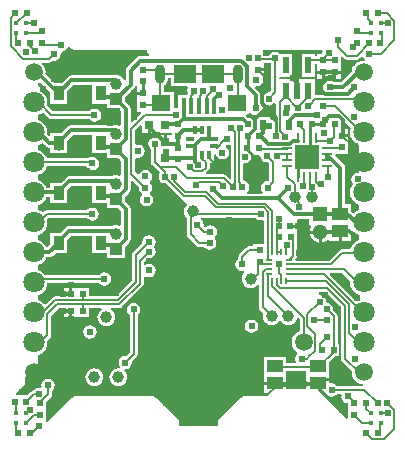
<source format=gbl>
G04 Layer_Physical_Order=4*
G04 Layer_Color=16711680*
%FSLAX24Y24*%
%MOIN*%
G70*
G01*
G75*
%ADD10C,0.0060*%
%ADD17R,0.0248X0.0327*%
%ADD27R,0.0295X0.0315*%
%ADD31R,0.0236X0.0197*%
%ADD34C,0.0394*%
%ADD35R,0.0217X0.0236*%
%ADD36R,0.0236X0.0217*%
%ADD37R,0.0197X0.0236*%
%ADD40C,0.0120*%
%ADD42C,0.0100*%
%ADD45O,0.0354X0.0630*%
%ADD46C,0.0390*%
%ADD47R,0.0394X0.0394*%
%ADD48C,0.0512*%
%ADD49R,0.0512X0.0512*%
%ADD50C,0.0240*%
%ADD51C,0.0260*%
%ADD52C,0.0709*%
%ADD53C,0.0591*%
%ADD54R,0.0315X0.0157*%
%ADD55R,0.0157X0.0315*%
%ADD56R,0.0551X0.0413*%
%ADD57R,0.0217X0.0571*%
%ADD58R,0.0217X0.0571*%
%ADD59R,0.0551X0.0433*%
%ADD60O,0.0354X0.0098*%
%ADD61O,0.0098X0.0354*%
%ADD62R,0.0807X0.0807*%
%ADD63O,0.0256X0.0087*%
%ADD64O,0.0087X0.0256*%
%ADD65R,0.0360X0.0480*%
%ADD66R,0.0630X0.0551*%
%ADD67R,0.0748X0.0610*%
%ADD68R,0.0157X0.0532*%
%ADD69R,0.0177X0.0177*%
%ADD70R,0.0315X0.0295*%
G36*
X1780Y6570D02*
X2267D01*
Y6420D01*
X2630D01*
X2725Y6325D01*
Y5859D01*
X2675Y5825D01*
X2641Y5839D01*
X2564Y5849D01*
X2486Y5839D01*
X2424Y5813D01*
X1009D01*
X947Y5801D01*
X894Y5765D01*
X718Y5590D01*
X380D01*
Y5201D01*
X290Y5111D01*
X234Y5119D01*
X217Y5159D01*
X144Y5254D01*
X49Y5327D01*
X-30Y5360D01*
Y5500D01*
X49Y5533D01*
X144Y5606D01*
X217Y5701D01*
X263Y5811D01*
X278Y5930D01*
X266Y6022D01*
X315Y6071D01*
X1595D01*
X1612Y6045D01*
X1685Y5996D01*
X1771Y5979D01*
X1857Y5996D01*
X1930Y6045D01*
X1978Y6117D01*
X1995Y6203D01*
X1978Y6289D01*
X1930Y6362D01*
X1857Y6410D01*
X1771Y6427D01*
X1685Y6410D01*
X1612Y6362D01*
X1595Y6336D01*
X260D01*
X210Y6326D01*
X167Y6297D01*
X133Y6263D01*
X49Y6327D01*
X-30Y6360D01*
Y6500D01*
X49Y6533D01*
X144Y6606D01*
X217Y6701D01*
X244Y6767D01*
X380D01*
Y6570D01*
X940D01*
Y7010D01*
X1068Y7137D01*
X1780D01*
Y6570D01*
D02*
G37*
G36*
X10396Y9093D02*
X10377Y9049D01*
X10362Y8930D01*
X10377Y8811D01*
X10423Y8701D01*
X10496Y8606D01*
X10591Y8533D01*
X10660Y8504D01*
Y7611D01*
X10630Y7587D01*
X10544Y7569D01*
X10471Y7521D01*
X10423Y7448D01*
X10406Y7362D01*
X10423Y7276D01*
X10465Y7213D01*
X10423Y7159D01*
X10377Y7049D01*
X10362Y6930D01*
X10377Y6811D01*
X10423Y6701D01*
X10496Y6606D01*
X10591Y6533D01*
X10660Y6504D01*
Y6356D01*
X10591Y6327D01*
X10496Y6254D01*
X10465Y6252D01*
X10415Y6302D01*
Y6537D01*
X10202D01*
Y7756D01*
X10190Y7818D01*
X10155Y7871D01*
X9868Y8158D01*
X9871Y8173D01*
X9885Y8201D01*
X9924Y8215D01*
X10308D01*
Y8609D01*
Y8777D01*
X10100D01*
Y8877D01*
X10308D01*
Y9045D01*
X10090D01*
Y9333D01*
X10136Y9353D01*
X10396Y9093D01*
D02*
G37*
G36*
X7366Y8160D02*
X7383Y8074D01*
X7431Y8001D01*
X7504Y7953D01*
X7590Y7936D01*
X7621Y7942D01*
X7657Y7905D01*
Y7358D01*
X7616Y7316D01*
X7530Y7298D01*
X7458Y7250D01*
X7409Y7177D01*
X7392Y7091D01*
X7409Y7005D01*
X7451Y6943D01*
X7433Y6893D01*
X6948D01*
X6933Y6943D01*
X6940Y6948D01*
X6989Y7020D01*
X7006Y7106D01*
X6989Y7192D01*
X6940Y7265D01*
X6867Y7314D01*
X6788Y7329D01*
Y7871D01*
X6826Y7903D01*
X6861Y7896D01*
X6946Y7913D01*
X7019Y7962D01*
X7068Y8035D01*
X7085Y8120D01*
X7078Y8153D01*
X7110Y8192D01*
X7340D01*
X7366Y8160D01*
D02*
G37*
G36*
X6413Y8505D02*
Y7391D01*
X6367Y7371D01*
X6243Y7495D01*
X6200Y7524D01*
X6149Y7534D01*
X5588D01*
X5567Y7584D01*
X5645Y7662D01*
X5674Y7705D01*
X5684Y7756D01*
Y7912D01*
X5848D01*
Y8190D01*
X5898Y8195D01*
X5904Y8167D01*
X5952Y8094D01*
X6025Y8045D01*
X6111Y8028D01*
X6197Y8045D01*
X6270Y8094D01*
X6318Y8167D01*
X6335Y8252D01*
X6318Y8338D01*
X6270Y8411D01*
X6248Y8426D01*
X6238Y8492D01*
X6244Y8500D01*
X6260Y8497D01*
X6346Y8514D01*
X6369Y8529D01*
X6413Y8505D01*
D02*
G37*
G36*
X1780Y8230D02*
X2267D01*
Y8086D01*
X2630D01*
X2725Y7991D01*
Y7525D01*
X2675Y7492D01*
X2641Y7506D01*
X2564Y7516D01*
X2486Y7506D01*
X2414Y7476D01*
X2398Y7463D01*
X1000D01*
X938Y7451D01*
X885Y7415D01*
X719Y7250D01*
X380D01*
Y7093D01*
X244D01*
X217Y7159D01*
X144Y7254D01*
X49Y7327D01*
X-30Y7360D01*
Y7500D01*
X49Y7533D01*
X144Y7606D01*
X217Y7701D01*
X257Y7797D01*
X1579D01*
X1619Y7738D01*
X1692Y7690D01*
X1778Y7672D01*
X1863Y7690D01*
X1936Y7738D01*
X1985Y7811D01*
X2002Y7897D01*
X1985Y7983D01*
X1936Y8055D01*
X1863Y8104D01*
X1778Y8121D01*
X1692Y8104D01*
X1630Y8063D01*
X257D01*
X217Y8159D01*
X144Y8254D01*
X49Y8327D01*
X-30Y8360D01*
Y8500D01*
X49Y8533D01*
X108Y8578D01*
X216Y8470D01*
X269Y8435D01*
X331Y8423D01*
X380D01*
Y8230D01*
X642D01*
X660Y8226D01*
X679Y8230D01*
X940D01*
Y8651D01*
X1127Y8837D01*
X1780D01*
Y8230D01*
D02*
G37*
G36*
X10051Y1465D02*
X10064Y1421D01*
Y1390D01*
X10074Y1340D01*
X10103Y1297D01*
X10427Y973D01*
X10421Y930D01*
X10435Y827D01*
X10475Y731D01*
X10538Y648D01*
X10621Y585D01*
X10717Y545D01*
X10811Y533D01*
X10807Y483D01*
X9926D01*
X9909Y509D01*
X9836Y557D01*
X9750Y574D01*
X9703Y565D01*
X9664Y597D01*
Y829D01*
Y1258D01*
X9871Y1465D01*
X10051D01*
D02*
G37*
G36*
X9591Y191D02*
X9664Y143D01*
X9750Y126D01*
X9836Y143D01*
X9909Y191D01*
X9926Y217D01*
X10042D01*
X10083Y167D01*
X10076Y130D01*
X10093Y44D01*
X10141Y-28D01*
X10214Y-77D01*
X10292Y-92D01*
Y-590D01*
X10246Y-609D01*
X9425Y212D01*
X9444Y258D01*
X9547D01*
X9591Y191D01*
D02*
G37*
G36*
X10064Y3096D02*
Y1926D01*
X10051Y1881D01*
X9949D01*
Y2810D01*
X9939Y2861D01*
X9910Y2904D01*
X9807Y3007D01*
X9811Y3030D01*
X9794Y3116D01*
X9746Y3189D01*
X9673Y3237D01*
X9620Y3248D01*
X9575Y3274D01*
X9558Y3360D01*
X9509Y3433D01*
X9436Y3481D01*
X9350Y3499D01*
X9331Y3515D01*
Y3608D01*
X9553D01*
X10064Y3096D01*
D02*
G37*
G36*
X9014Y5845D02*
X9045D01*
X9067Y5800D01*
X9059Y5790D01*
X9023Y5703D01*
X9018Y5660D01*
X9370D01*
Y5610D01*
X9420D01*
Y5258D01*
X9463Y5263D01*
X9550Y5299D01*
X9614Y5349D01*
X9664Y5333D01*
Y5313D01*
X9989D01*
Y5630D01*
X10089D01*
Y5313D01*
X10415D01*
Y5629D01*
X10465Y5646D01*
X10496Y5606D01*
X10591Y5533D01*
X10660Y5504D01*
Y5356D01*
X10591Y5327D01*
X10496Y5254D01*
X10423Y5159D01*
X10377Y5049D01*
X10375Y5030D01*
X10097D01*
X10046Y5020D01*
X10003Y4991D01*
X9674Y4661D01*
X8576D01*
X8556Y4686D01*
X8548Y4722D01*
X8554Y4728D01*
X8582Y4771D01*
X8593Y4821D01*
Y5242D01*
X8605D01*
Y5658D01*
X8595D01*
Y5750D01*
X8377D01*
Y5850D01*
X8595D01*
Y5998D01*
X8630Y6034D01*
X9014D01*
Y5845D01*
D02*
G37*
G36*
X10367Y3969D02*
X10362Y3930D01*
X10377Y3811D01*
X10423Y3701D01*
X10496Y3606D01*
X10591Y3533D01*
X10660Y3504D01*
Y3356D01*
X10591Y3327D01*
X10567Y3308D01*
X9683Y4193D01*
X9702Y4239D01*
X10097D01*
X10367Y3969D01*
D02*
G37*
G36*
X9424Y11677D02*
X9457Y11634D01*
X9458Y11630D01*
X9446Y11570D01*
X9398Y11555D01*
X9270D01*
Y11469D01*
X9182D01*
Y11559D01*
X8766D01*
Y10788D01*
X9182D01*
Y11204D01*
X9270D01*
Y10993D01*
X9468D01*
Y10943D01*
X9518D01*
Y10725D01*
X9803D01*
Y10943D01*
X9853D01*
Y10993D01*
X10052D01*
Y11119D01*
Y11436D01*
X10098Y11455D01*
X10156Y11396D01*
X10199Y11368D01*
X10250Y11357D01*
X10593D01*
X10644Y11368D01*
X10687Y11396D01*
X10747Y11457D01*
X10806Y11445D01*
X10841Y11391D01*
X10870Y11373D01*
X10851Y11325D01*
X10820Y11329D01*
X10717Y11315D01*
X10621Y11275D01*
X10538Y11212D01*
X10475Y11129D01*
X10435Y11033D01*
X10425Y10955D01*
X10065Y10596D01*
X9837D01*
X9771Y10640D01*
X9685Y10657D01*
X9599Y10640D01*
X9526Y10592D01*
X9478Y10519D01*
X9461Y10433D01*
X9478Y10347D01*
X9526Y10274D01*
X9599Y10226D01*
X9619Y10222D01*
X9614Y10172D01*
X9214D01*
X9182Y10198D01*
Y10712D01*
X8650D01*
Y10327D01*
X8550D01*
Y10712D01*
X8031D01*
X8009Y10750D01*
X8031Y10788D01*
X8434D01*
Y11559D01*
X8019D01*
X7950Y11605D01*
X7864Y11622D01*
X7778Y11605D01*
X7706Y11556D01*
X7666Y11497D01*
X7492D01*
Y11635D01*
X7492D01*
X7509Y11678D01*
X9420D01*
X9424Y11677D01*
D02*
G37*
G36*
X4384Y10468D02*
X4942D01*
X4966Y10424D01*
X4950Y10401D01*
X4933Y10315D01*
X4949Y10235D01*
X4943Y10219D01*
X4921Y10186D01*
X4639D01*
Y9772D01*
X4601Y9740D01*
X4559Y9748D01*
X4524Y9741D01*
X4485Y9773D01*
Y10284D01*
X4168D01*
Y10492D01*
X4171Y10493D01*
X4228Y10538D01*
X4273Y10596D01*
X4301Y10663D01*
X4310Y10735D01*
Y10736D01*
X4384D01*
Y10468D01*
D02*
G37*
G36*
X1087Y11717D02*
X1130Y11689D01*
X1181Y11678D01*
X3531D01*
X3680Y11529D01*
X3661Y11483D01*
X3377D01*
X3315Y11471D01*
X3262Y11435D01*
X2936Y11109D01*
X2900Y11057D01*
X2888Y10994D01*
Y10674D01*
X2838Y10664D01*
X2823Y10700D01*
X2776Y10762D01*
X2714Y10809D01*
X2641Y10839D01*
X2564Y10849D01*
X2486Y10839D01*
X2470Y10832D01*
X1075D01*
X1073Y10832D01*
X1072Y10832D01*
X1042Y10826D01*
X1012Y10820D01*
X1011Y10819D01*
X1010Y10819D01*
X985Y10802D01*
X959Y10785D01*
X959Y10784D01*
X958Y10783D01*
X751Y10570D01*
X537D01*
X214Y10893D01*
X219Y10930D01*
X205Y11033D01*
X165Y11129D01*
X105Y11207D01*
X113Y11243D01*
X117Y11257D01*
X346D01*
X397Y11268D01*
X440Y11296D01*
X471Y11328D01*
X502Y11322D01*
X588Y11339D01*
X661Y11387D01*
X709Y11460D01*
X726Y11546D01*
X721Y11572D01*
X763Y11620D01*
X826Y11633D01*
X899Y11681D01*
X947Y11754D01*
X953Y11781D01*
X1007Y11798D01*
X1087Y11717D01*
D02*
G37*
G36*
X7732Y11222D02*
Y10319D01*
X7681Y10268D01*
X7650Y10274D01*
X7564Y10257D01*
X7491Y10209D01*
X7443Y10136D01*
X7438Y10111D01*
X7388Y10116D01*
Y10177D01*
X7375Y10239D01*
X7340Y10292D01*
X7212Y10421D01*
X7236Y10467D01*
X7244Y10465D01*
X7330Y10482D01*
X7403Y10531D01*
X7452Y10604D01*
X7469Y10690D01*
X7456Y10756D01*
X7487Y10806D01*
X7492D01*
Y10974D01*
X7283D01*
Y11074D01*
X7492D01*
Y11232D01*
X7716D01*
X7732Y11222D01*
D02*
G37*
G36*
X3256Y10476D02*
Y10412D01*
X3266D01*
Y10286D01*
X3465D01*
Y10186D01*
X3266D01*
Y10018D01*
Y9624D01*
X3382D01*
X3403Y9574D01*
X3098Y9269D01*
X3051Y9288D01*
Y9726D01*
X3039Y9788D01*
X3004Y9841D01*
X2861Y9984D01*
Y10101D01*
X3167Y10406D01*
X3202Y10459D01*
X3206Y10481D01*
X3256Y10476D01*
D02*
G37*
G36*
X3424Y9155D02*
Y8916D01*
X3621D01*
Y9173D01*
X3721D01*
Y8916D01*
X3919D01*
Y8916D01*
X3955D01*
Y8916D01*
X4447D01*
Y8860D01*
X4263D01*
Y8612D01*
X4163D01*
Y8860D01*
X3955D01*
Y8811D01*
X3905Y8770D01*
X3868Y8777D01*
X3782Y8760D01*
X3710Y8712D01*
X3661Y8639D01*
X3644Y8553D01*
X3661Y8467D01*
X3710Y8395D01*
X3736Y8377D01*
Y7943D01*
X3746Y7892D01*
X3774Y7849D01*
X4022Y7601D01*
X3986Y7547D01*
X3969Y7461D01*
X3986Y7375D01*
X4035Y7302D01*
X4107Y7254D01*
X4193Y7237D01*
X4224Y7243D01*
X4724Y6742D01*
X4724Y6742D01*
X4724Y6742D01*
X4919Y6548D01*
X4916Y6511D01*
X4869Y6449D01*
X4839Y6377D01*
X4829Y6299D01*
X4839Y6222D01*
X4869Y6150D01*
X4916Y6087D01*
X4923Y6082D01*
Y5535D01*
X4933Y5484D01*
X4962Y5441D01*
X5251Y5152D01*
X5294Y5124D01*
X5344Y5114D01*
X5513D01*
X5530Y5087D01*
X5603Y5039D01*
X5689Y5022D01*
X5775Y5039D01*
X5848Y5087D01*
X5896Y5160D01*
X5913Y5246D01*
X5896Y5332D01*
X5855Y5393D01*
X5855Y5453D01*
X5867Y5461D01*
X5916Y5534D01*
X5933Y5620D01*
X5916Y5706D01*
X5867Y5779D01*
X5795Y5827D01*
X5709Y5844D01*
X5623Y5827D01*
X5550Y5779D01*
X5533Y5777D01*
X5484Y5826D01*
X5490Y5856D01*
X5473Y5942D01*
X5424Y6015D01*
X5383Y6043D01*
X5398Y6093D01*
X7223D01*
X7240Y6067D01*
X7313Y6018D01*
X7399Y6001D01*
X7448Y6011D01*
X7498Y5971D01*
Y5215D01*
X7142D01*
Y5129D01*
X6995D01*
X6944Y5119D01*
X6901Y5091D01*
X6678Y4867D01*
X6649Y4824D01*
X6639Y4774D01*
Y4704D01*
X6613Y4686D01*
X6564Y4613D01*
X6547Y4528D01*
X6564Y4442D01*
X6613Y4369D01*
X6686Y4320D01*
X6772Y4303D01*
X6824Y4314D01*
X6845Y4267D01*
X6838Y4262D01*
X6791Y4200D01*
X6761Y4127D01*
X6751Y4050D01*
X6761Y3973D01*
X6791Y3900D01*
X6838Y3838D01*
X6900Y3791D01*
X6973Y3761D01*
X7050Y3751D01*
X7127Y3761D01*
X7200Y3791D01*
X7262Y3838D01*
X7267Y3846D01*
X7317Y3829D01*
Y3100D01*
X7328Y3049D01*
X7356Y3006D01*
X7468Y2895D01*
X7461Y2877D01*
X7451Y2800D01*
X7461Y2723D01*
X7491Y2650D01*
X7538Y2588D01*
X7600Y2541D01*
X7673Y2511D01*
X7750Y2501D01*
X7827Y2511D01*
X7900Y2541D01*
X7962Y2588D01*
X7995Y2631D01*
X8003Y2634D01*
X8047D01*
X8055Y2631D01*
X8088Y2588D01*
X8150Y2541D01*
X8223Y2511D01*
X8300Y2501D01*
X8377Y2511D01*
X8450Y2541D01*
X8512Y2588D01*
X8559Y2650D01*
X8589Y2723D01*
X8591Y2733D01*
X8638Y2749D01*
X8687Y2700D01*
Y2303D01*
X8621Y2275D01*
X8538Y2212D01*
X8475Y2129D01*
X8435Y2033D01*
X8421Y1930D01*
X8435Y1827D01*
X8475Y1731D01*
X8538Y1648D01*
X8603Y1598D01*
X8607Y1541D01*
X8601Y1537D01*
X8553Y1464D01*
X8536Y1378D01*
X8553Y1292D01*
X8566Y1272D01*
X8542Y1228D01*
X8247D01*
Y1442D01*
X7496D01*
Y829D01*
Y615D01*
X7871D01*
X8247D01*
Y829D01*
Y963D01*
X8913D01*
Y829D01*
Y615D01*
X9289D01*
Y515D01*
X8913D01*
Y383D01*
X8247D01*
Y515D01*
X7871D01*
X7496D01*
Y258D01*
X7645D01*
X7664Y212D01*
X7585Y133D01*
X6820D01*
X6769Y122D01*
X6726Y94D01*
X6009Y-624D01*
X5980Y-667D01*
X5970Y-718D01*
Y-839D01*
X4660D01*
Y-728D01*
X4650Y-677D01*
X4621Y-634D01*
X3894Y94D01*
X3851Y122D01*
X3800Y133D01*
X1181D01*
X1130Y122D01*
X1087Y94D01*
X278Y-716D01*
X228Y-695D01*
Y-321D01*
Y-62D01*
X394Y103D01*
X422Y146D01*
X433Y197D01*
Y324D01*
X459Y341D01*
X507Y414D01*
X524Y500D01*
X507Y586D01*
X459Y659D01*
X386Y707D01*
X300Y724D01*
X214Y707D01*
X141Y659D01*
X93Y586D01*
X76Y500D01*
X84Y459D01*
X41Y416D01*
X0Y424D01*
X-86Y407D01*
X-159Y359D01*
X-176Y333D01*
X-183D01*
X-234Y322D01*
X-277Y294D01*
X-402Y168D01*
X-760D01*
X-779Y214D01*
X-497Y497D01*
X-468Y540D01*
X-458Y591D01*
X-458Y591D01*
Y766D01*
X-30Y1194D01*
Y1500D01*
X49Y1533D01*
X144Y1606D01*
X217Y1701D01*
X263Y1811D01*
X278Y1930D01*
X271Y1984D01*
X369Y2082D01*
X398Y2125D01*
X408Y2176D01*
Y2819D01*
X666Y3077D01*
X845D01*
Y3042D01*
X1063D01*
Y2992D01*
X1113D01*
Y2794D01*
X1675D01*
Y3077D01*
X2073D01*
X2093Y3033D01*
X2093Y3027D01*
X2034Y2982D01*
X1986Y2920D01*
X1957Y2849D01*
X1947Y2772D01*
X1957Y2695D01*
X1986Y2623D01*
X2034Y2561D01*
X2095Y2514D01*
X2167Y2484D01*
X2244Y2474D01*
X2321Y2484D01*
X2393Y2514D01*
X2454Y2561D01*
X2502Y2623D01*
X2531Y2695D01*
X2542Y2772D01*
X2531Y2849D01*
X2502Y2920D01*
X2454Y2982D01*
X2395Y3027D01*
X2395Y3033D01*
X2415Y3077D01*
X2669D01*
X2719Y3088D01*
X2762Y3116D01*
X3444Y3798D01*
X3472Y3841D01*
X3483Y3891D01*
Y4124D01*
X3533Y4151D01*
X3578Y4121D01*
X3663Y4104D01*
X3749Y4121D01*
X3822Y4169D01*
X3871Y4242D01*
X3888Y4328D01*
X3871Y4414D01*
X3822Y4487D01*
X3749Y4535D01*
X3663Y4552D01*
X3578Y4535D01*
X3533Y4505D01*
X3483Y4532D01*
Y4594D01*
X3631Y4742D01*
X3661Y4736D01*
X3747Y4753D01*
X3820Y4802D01*
X3869Y4875D01*
X3886Y4961D01*
X3869Y5046D01*
X3821Y5118D01*
X3869Y5190D01*
X3886Y5276D01*
X3869Y5361D01*
X3820Y5434D01*
X3747Y5483D01*
X3661Y5500D01*
X3576Y5483D01*
X3503Y5434D01*
X3454Y5361D01*
X3437Y5276D01*
X3443Y5245D01*
X3136Y4938D01*
X3108Y4895D01*
X3097Y4844D01*
Y3996D01*
X2564Y3463D01*
X1675D01*
Y3742D01*
X1113D01*
Y3543D01*
X1063D01*
Y3493D01*
X845D01*
Y3463D01*
X535D01*
X484Y3452D01*
X441Y3424D01*
X226Y3209D01*
X176Y3212D01*
X144Y3254D01*
X49Y3327D01*
X-30Y3360D01*
Y3500D01*
X49Y3533D01*
X144Y3606D01*
X217Y3701D01*
X263Y3811D01*
X277Y3917D01*
X2004D01*
X2021Y3891D01*
X2094Y3843D01*
X2180Y3826D01*
X2266Y3843D01*
X2339Y3891D01*
X2387Y3964D01*
X2404Y4050D01*
X2387Y4136D01*
X2339Y4209D01*
X2266Y4257D01*
X2180Y4274D01*
X2094Y4257D01*
X2021Y4209D01*
X2004Y4183D01*
X199D01*
X144Y4254D01*
X49Y4327D01*
X-30Y4360D01*
Y4500D01*
X49Y4533D01*
X144Y4606D01*
X217Y4701D01*
X244Y4767D01*
X340D01*
X403Y4779D01*
X456Y4815D01*
X551Y4910D01*
X940D01*
Y5351D01*
X1077Y5487D01*
X1780D01*
Y4910D01*
X2267D01*
Y4753D01*
X2861D01*
Y5116D01*
X3004Y5259D01*
X3039Y5312D01*
X3051Y5374D01*
Y6392D01*
X3039Y6455D01*
X3004Y6508D01*
X2861Y6651D01*
Y6783D01*
X3004Y6926D01*
X3039Y6979D01*
X3051Y7041D01*
Y7326D01*
X3098Y7345D01*
X3325Y7117D01*
X3319Y7087D01*
X3336Y7001D01*
X3385Y6928D01*
X3417Y6907D01*
X3424Y6852D01*
X3375Y6779D01*
X3358Y6693D01*
X3375Y6607D01*
X3424Y6534D01*
X3497Y6486D01*
X3583Y6469D01*
X3669Y6486D01*
X3741Y6534D01*
X3790Y6607D01*
X3807Y6693D01*
X3790Y6779D01*
X3741Y6852D01*
X3709Y6873D01*
X3702Y6928D01*
X3751Y7001D01*
X3768Y7087D01*
X3751Y7172D01*
X3702Y7245D01*
X3692Y7252D01*
Y7302D01*
X3702Y7309D01*
X3751Y7382D01*
X3768Y7468D01*
X3751Y7553D01*
X3702Y7626D01*
X3629Y7675D01*
X3543Y7692D01*
X3457Y7675D01*
X3385Y7626D01*
X3336Y7553D01*
X3334Y7545D01*
X3287Y7531D01*
X3203Y7614D01*
Y8056D01*
X3253Y8093D01*
X3307Y8083D01*
X3393Y8100D01*
X3466Y8148D01*
X3514Y8221D01*
X3531Y8307D01*
X3514Y8393D01*
X3466Y8466D01*
X3393Y8514D01*
X3307Y8531D01*
X3253Y8521D01*
X3203Y8558D01*
Y9000D01*
X3377Y9174D01*
X3424Y9155D01*
D02*
G37*
G36*
X7443Y9964D02*
X7491Y9891D01*
X7564Y9843D01*
X7650Y9826D01*
X7736Y9843D01*
X7809Y9891D01*
X7835Y9931D01*
X7846Y9932D01*
X7896Y9886D01*
Y9288D01*
X7846Y9273D01*
X7826Y9302D01*
X7753Y9351D01*
X7694Y9363D01*
Y9456D01*
X7246D01*
Y8998D01*
X7149D01*
X7133Y9048D01*
X7176Y9112D01*
X7193Y9198D01*
X7176Y9283D01*
X7127Y9356D01*
X7054Y9405D01*
X6976Y9420D01*
X6914Y9483D01*
X6915Y9493D01*
X6930Y9533D01*
X7005D01*
Y9577D01*
X7055Y9593D01*
X7066Y9576D01*
X7139Y9527D01*
X7225Y9510D01*
X7311Y9527D01*
X7383Y9576D01*
X7432Y9648D01*
X7449Y9734D01*
X7432Y9820D01*
X7388Y9886D01*
Y9984D01*
X7438Y9989D01*
X7443Y9964D01*
D02*
G37*
G36*
X380Y10265D02*
Y9890D01*
X940D01*
Y10297D01*
X1144Y10506D01*
X1780D01*
Y9890D01*
X2267D01*
Y9753D01*
X2630D01*
X2725Y9658D01*
Y9192D01*
X2675Y9159D01*
X2641Y9173D01*
X2564Y9183D01*
X2486Y9173D01*
X2464Y9163D01*
X1059D01*
X997Y9151D01*
X944Y9115D01*
X738Y8910D01*
X380D01*
Y8833D01*
X334Y8814D01*
X271Y8877D01*
X278Y8930D01*
X263Y9049D01*
X217Y9159D01*
X144Y9254D01*
X49Y9327D01*
X-30Y9360D01*
Y9500D01*
X49Y9533D01*
X133Y9597D01*
X319Y9411D01*
X362Y9382D01*
X413Y9372D01*
X1670D01*
X1688Y9345D01*
X1761Y9296D01*
X1847Y9279D01*
X1933Y9296D01*
X2005Y9345D01*
X2054Y9417D01*
X2071Y9503D01*
X2054Y9589D01*
X2005Y9662D01*
X1933Y9710D01*
X1847Y9727D01*
X1761Y9710D01*
X1688Y9662D01*
X1672Y9637D01*
X468D01*
X266Y9838D01*
X278Y9930D01*
X263Y10049D01*
X217Y10159D01*
X144Y10254D01*
X49Y10327D01*
X26Y10336D01*
X22Y10349D01*
X33Y10400D01*
X22Y10451D01*
X-6Y10494D01*
X-30Y10510D01*
Y10564D01*
X19Y10585D01*
X43Y10603D01*
X380Y10265D01*
D02*
G37*
%LPC*%
G36*
X9320Y5560D02*
X9018D01*
X9023Y5517D01*
X9059Y5431D01*
X9116Y5356D01*
X9191Y5299D01*
X9277Y5263D01*
X9320Y5258D01*
Y5560D01*
D02*
G37*
G36*
X10052Y10893D02*
X9903D01*
Y10725D01*
X10052D01*
Y10893D01*
D02*
G37*
G36*
X9418D02*
X9270D01*
Y10725D01*
X9418D01*
Y10893D01*
D02*
G37*
G36*
X3150Y3253D02*
X3064Y3236D01*
X2991Y3187D01*
X2942Y3114D01*
X2925Y3028D01*
X2942Y2943D01*
X2991Y2870D01*
X3017Y2852D01*
Y1590D01*
X2905Y1478D01*
X2874Y1484D01*
X2788Y1467D01*
X2715Y1418D01*
X2667Y1346D01*
X2650Y1260D01*
X2667Y1174D01*
X2709Y1111D01*
X2694Y1075D01*
X2685Y1064D01*
X2644Y1069D01*
X2567Y1059D01*
X2495Y1029D01*
X2434Y982D01*
X2386Y920D01*
X2357Y849D01*
X2347Y772D01*
X2357Y695D01*
X2386Y623D01*
X2434Y561D01*
X2495Y514D01*
X2567Y484D01*
X2644Y474D01*
X2721Y484D01*
X2793Y514D01*
X2854Y561D01*
X2902Y623D01*
X2932Y695D01*
X2942Y772D01*
X2932Y849D01*
X2902Y920D01*
X2854Y982D01*
X2843Y991D01*
X2864Y1037D01*
X2874Y1036D01*
X2960Y1053D01*
X3033Y1101D01*
X3081Y1174D01*
X3098Y1260D01*
X3092Y1291D01*
X3243Y1442D01*
X3272Y1485D01*
X3282Y1535D01*
Y2852D01*
X3308Y2870D01*
X3357Y2943D01*
X3374Y3028D01*
X3357Y3114D01*
X3308Y3187D01*
X3235Y3236D01*
X3150Y3253D01*
D02*
G37*
G36*
X1844Y1069D02*
X1767Y1059D01*
X1695Y1029D01*
X1634Y982D01*
X1586Y920D01*
X1557Y849D01*
X1547Y772D01*
X1557Y695D01*
X1586Y623D01*
X1634Y561D01*
X1695Y514D01*
X1767Y484D01*
X1844Y474D01*
X1921Y484D01*
X1993Y514D01*
X2054Y561D01*
X2102Y623D01*
X2131Y695D01*
X2142Y772D01*
X2131Y849D01*
X2102Y920D01*
X2054Y982D01*
X1993Y1029D01*
X1921Y1059D01*
X1844Y1069D01*
D02*
G37*
G36*
X1693Y2508D02*
X1607Y2491D01*
X1534Y2442D01*
X1486Y2369D01*
X1469Y2283D01*
X1486Y2198D01*
X1534Y2125D01*
X1607Y2076D01*
X1693Y2059D01*
X1779Y2076D01*
X1852Y2125D01*
X1900Y2198D01*
X1917Y2283D01*
X1900Y2369D01*
X1852Y2442D01*
X1779Y2491D01*
X1693Y2508D01*
D02*
G37*
G36*
X1013Y3742D02*
X845D01*
Y3593D01*
X1013D01*
Y3742D01*
D02*
G37*
G36*
X7085Y2694D02*
X6999Y2677D01*
X6926Y2629D01*
X6878Y2556D01*
X6861Y2470D01*
X6878Y2384D01*
X6926Y2311D01*
X6999Y2263D01*
X7085Y2246D01*
X7171Y2263D01*
X7244Y2311D01*
X7292Y2384D01*
X7309Y2470D01*
X7292Y2556D01*
X7244Y2629D01*
X7171Y2677D01*
X7085Y2694D01*
D02*
G37*
G36*
X1013Y2942D02*
X845D01*
Y2794D01*
X1013D01*
Y2942D01*
D02*
G37*
%LPD*%
D10*
X346Y11390D02*
X502Y11546D01*
X-950Y11799D02*
X-541Y11390D01*
X346D01*
X7616Y7091D02*
X7790Y7265D01*
X7575Y7050D02*
X7616Y7091D01*
X-303Y11823D02*
X-120Y11640D01*
X-303Y11823D02*
Y11900D01*
X9586Y7442D02*
X9627Y7483D01*
X9564Y7420D02*
X9586Y7442D01*
X9630Y7440D02*
Y7801D01*
X9232Y8658D02*
Y8759D01*
X-817Y-40D02*
X-780Y-77D01*
Y-400D02*
Y-77D01*
Y-400D02*
X-757Y-423D01*
X0Y-103D02*
X300Y197D01*
X-423Y-40D02*
X-183Y200D01*
X0D01*
X-423Y-423D02*
X-300Y-300D01*
X-420Y-757D02*
X-160Y-497D01*
X-423Y-757D02*
X-420D01*
X-160Y-497D02*
X0D01*
X-290Y-330D02*
Y-310D01*
X-300Y-300D02*
X-290Y-310D01*
X100Y11903D02*
X163Y11840D01*
X11843Y12008D02*
Y12657D01*
X11385Y11550D02*
X11843Y12008D01*
X9299Y7211D02*
X9390D01*
X9232Y7278D02*
X9299Y7211D01*
X9232Y7278D02*
Y7441D01*
X7790Y7265D02*
Y7960D01*
X11600Y12900D02*
X11843Y12657D01*
X11297Y12900D02*
X11600D01*
X-250Y-1100D02*
X0Y-850D01*
X10903Y-273D02*
Y-100D01*
Y-273D02*
X11053Y-423D01*
X10500Y-497D02*
X10760Y-757D01*
X11053D01*
X4036Y10869D02*
X6634D01*
X4036Y9944D02*
X4075Y9905D01*
X4036Y9944D02*
Y10869D01*
X6595Y9904D02*
X6634Y9944D01*
Y10869D01*
X8277Y8002D02*
Y8198D01*
X7968D02*
X8277D01*
X8226Y10136D02*
Y10327D01*
X9508Y11337D02*
X9893D01*
X10500Y-103D02*
Y-70D01*
X11387Y-423D02*
X11623D01*
X10903Y-1100D02*
X11103Y-1300D01*
X11500D01*
X11833Y-967D01*
X-758Y11961D02*
Y12234D01*
Y11961D02*
X-697Y11900D01*
X-423Y12234D02*
X37D01*
X100Y12297D01*
X-758Y12569D02*
X-418Y12908D01*
X-423Y12569D02*
X-169D01*
X10664Y12233D02*
X11083D01*
X10600Y12297D02*
X10664Y12233D01*
X11387Y12567D02*
X11633D01*
X11397Y11900D02*
X11417Y11920D01*
Y12233D01*
X-757Y-1043D02*
Y-757D01*
Y-1043D02*
X-700Y-1100D01*
X10062Y8395D02*
X10100Y8433D01*
X9596Y8395D02*
X10062D01*
X9232Y8658D02*
X9240Y8650D01*
X-950Y11799D02*
Y12747D01*
X-797Y12900D01*
X8974Y11173D02*
Y11337D01*
X9508D01*
X7424Y4529D02*
X7675D01*
X7350Y4603D02*
X7424Y4529D01*
X7200Y4100D02*
X7300Y4200D01*
Y4553D01*
X7350Y4603D01*
X11000Y11550D02*
X11385D01*
X8250Y2800D02*
X8300Y2850D01*
X8643Y9200D02*
X8838Y9005D01*
Y8759D02*
Y9005D01*
X7590Y8160D02*
X7790Y7960D01*
X10250Y11490D02*
X10593D01*
X11003Y11900D01*
X300Y197D02*
Y500D01*
X163Y11840D02*
X740D01*
X260Y6203D02*
X1771D01*
X-13Y5930D02*
X260Y6203D01*
X1744Y7930D02*
X1778Y7897D01*
X-13Y7930D02*
X1744D01*
X1846Y9504D02*
X1847Y9503D01*
X413Y9504D02*
X1846D01*
X-13Y9930D02*
X413Y9504D01*
X10691Y3930D02*
X10756D01*
X-13D02*
X107Y4050D01*
X2180D01*
X7921Y4930D02*
X8076D01*
X8236Y3968D02*
Y4018D01*
Y4932D02*
Y5086D01*
X8250Y5132D02*
Y5162D01*
X7921Y4932D02*
X8079D01*
X8325Y4686D02*
X8460Y4821D01*
Y5400D01*
X8417D02*
X8460D01*
X1457Y3330D02*
Y3543D01*
Y2953D02*
Y3210D01*
X9035Y7141D02*
Y7441D01*
X8838Y7178D02*
Y7441D01*
X9090Y7087D02*
X9090Y7087D01*
Y7104D01*
X8838Y7178D02*
X8858Y7158D01*
X8783Y7083D02*
X8790Y7090D01*
X8858Y7158D01*
X10718Y2930D02*
X10756D01*
X10741Y1930D02*
X10756D01*
X10847Y350D02*
X11297Y-100D01*
X9750Y350D02*
X10847D01*
X10300Y130D02*
X10500Y-70D01*
X9213Y2677D02*
X9606D01*
X8586Y5797D02*
X8622D01*
X8367Y5800D02*
X8619D01*
X8622Y5797D01*
X10097Y4897D02*
X10657D01*
X8325Y4529D02*
X9729D01*
X10097Y4897D01*
X11833Y-967D02*
Y-333D01*
X11600Y-100D02*
X11833Y-333D01*
X10748Y8938D02*
Y8995D01*
X9240Y8650D02*
X9700D01*
X8220Y5102D02*
X8236Y5086D01*
X8220Y5102D02*
X8250Y5132D01*
X7630Y4686D02*
X7675D01*
X7399Y6225D02*
X7431Y6193D01*
X5266Y5856D02*
X5502Y5620D01*
X5709D01*
X5344Y5246D02*
X5689D01*
X9094Y6772D02*
Y7099D01*
X9090Y7104D02*
X9094Y7099D01*
X9035Y7141D02*
X9090Y7087D01*
X4563Y9524D02*
X4567Y9528D01*
X4559Y9524D02*
X4563D01*
X3230Y4844D02*
X3661Y5276D01*
X3350Y4649D02*
X3661Y4961D01*
X3071Y7559D02*
X3543Y7087D01*
X7864Y10264D02*
Y11398D01*
X11297Y-1100D02*
X11358Y-1039D01*
Y-786D01*
X11387Y-757D01*
X10903Y12900D02*
X10950Y12853D01*
Y12700D02*
X11083Y12567D01*
X10950Y12700D02*
Y12853D01*
X7992Y5819D02*
Y5820D01*
Y6053D01*
Y5820D02*
X8013Y5800D01*
X7921Y5748D02*
X7992Y5819D01*
X7921Y4932D02*
Y5748D01*
X6995Y4997D02*
X7350D01*
X6772Y4774D02*
X6995Y4997D01*
X6772Y4528D02*
Y4774D01*
X6398Y7028D02*
Y7077D01*
X9350Y1673D02*
Y1889D01*
X7450Y3100D02*
X7650Y2900D01*
X7800D01*
X7630Y3470D02*
Y4169D01*
Y3470D02*
X8250Y2850D01*
X8300D01*
X1457Y3210D02*
X2669D01*
X3350Y3891D01*
Y4649D01*
X1457Y3330D02*
X2619D01*
X3230Y3941D01*
Y4844D01*
X-108Y1930D02*
X-68D01*
X8600D02*
X8820Y2150D01*
X9154Y2697D02*
X9173Y2717D01*
X9154Y2677D02*
Y2697D01*
X7871Y1095D02*
X9314D01*
X9816Y1598D01*
X9173Y2717D02*
X9213Y2677D01*
X9596Y3030D02*
X9816Y2810D01*
Y1598D02*
Y2810D01*
X7930Y8160D02*
X7968Y8198D01*
X8263Y8390D02*
X8273Y8400D01*
X7337D02*
X7347Y8390D01*
X8263D01*
X9700Y8650D02*
X9837Y8787D01*
Y9200D01*
X9508Y11337D02*
Y11427D01*
X9651Y11570D01*
X9670D01*
X5056Y5535D02*
Y6158D01*
Y5535D02*
X5344Y5246D01*
X5056Y6158D02*
X5123Y6225D01*
X7399D01*
X7312Y6435D02*
X7312Y6435D01*
X7486D01*
X7262Y6555D02*
X7262Y6555D01*
X7535D01*
X7764Y6327D01*
Y4932D02*
Y6327D01*
X5965Y6555D02*
X7262D01*
X5915Y6435D02*
X7312D01*
X10637Y9951D02*
X10820D01*
X8940Y2477D02*
X9205Y2212D01*
X8760Y1378D02*
X8923D01*
X9205Y1660D02*
Y2212D01*
X8977Y1432D02*
X9205Y1660D01*
X8923Y1378D02*
Y1379D01*
X8976Y1432D01*
X8977D01*
X7560Y4371D02*
X7675D01*
X7450Y3100D02*
Y4262D01*
X7560Y4371D01*
X10152D02*
X10593Y3930D01*
X8325Y4380D02*
X8334Y4371D01*
X10152D01*
X8079Y3968D02*
Y4165D01*
X7992Y4252D02*
X8079Y4165D01*
X7992Y4252D02*
Y4528D01*
X10317Y2256D02*
X10643Y1930D01*
X10197Y1390D02*
X10657Y930D01*
X9488Y4200D02*
X10620Y3068D01*
X10317Y2256D02*
Y3201D01*
X10197Y1390D02*
Y3151D01*
X8325Y4200D02*
X9488D01*
X10620Y2930D02*
Y3068D01*
X9528Y3524D02*
X10041Y3010D01*
X9921Y1339D02*
X10041Y1458D01*
Y3010D01*
X10100Y8827D02*
X10462Y8465D01*
X10532D01*
X9350Y1889D02*
X9587Y2126D01*
X9616D01*
X9960Y11780D02*
X10250Y11490D01*
X9960Y11780D02*
X9965Y11785D01*
Y12016D01*
X10472Y11776D02*
X10600Y11903D01*
X10472Y11772D02*
Y11776D01*
X8536Y6710D02*
X8671Y6575D01*
Y6437D02*
Y6575D01*
X8277Y7455D02*
X8536Y7197D01*
X8277Y7455D02*
Y7805D01*
X8536Y6710D02*
Y7197D01*
X8790Y7090D02*
Y7130D01*
X8226Y10136D02*
X8605Y9757D01*
X8974Y10126D01*
Y10327D01*
X9006Y9794D02*
X9035Y9823D01*
X8958Y9843D02*
X9006Y9794D01*
X8977Y9813D02*
Y9823D01*
X9035Y9823D02*
Y9861D01*
X9586Y7442D02*
X9586Y7441D01*
X9636D01*
X-10Y2930D02*
X135D01*
X535Y3330D02*
X1457D01*
X135Y2930D02*
X535Y3330D01*
X612Y3210D02*
X1457D01*
X30Y1930D02*
X276Y2176D01*
Y2874D01*
X612Y3210D01*
X5531Y6819D02*
X5915Y6435D01*
X5581Y6939D02*
X5965Y6555D01*
X5669Y8071D02*
X5896Y7844D01*
X5669Y8071D02*
Y8209D01*
X4271Y7461D02*
X4272Y7461D01*
X4193Y7461D02*
X4271D01*
X5984Y7283D02*
X6118Y7150D01*
X3071Y7559D02*
Y9055D01*
X3540Y9524D01*
X4559D01*
X5330Y10054D02*
X5354Y10079D01*
X5330Y9820D02*
Y10054D01*
X5074Y9820D02*
Y10153D01*
X5157Y10236D01*
Y10315D01*
X5433Y10276D02*
X5472Y10315D01*
X5433Y10236D02*
Y10276D01*
X5354Y10157D02*
X5433Y10236D01*
X5354Y10079D02*
Y10157D01*
X6655Y9101D02*
X6688Y9068D01*
X5586Y9604D02*
Y9820D01*
X5330Y9595D02*
Y9820D01*
X5433Y8056D02*
X5551Y7938D01*
X5433Y8056D02*
Y8209D01*
X5846Y8504D02*
X5925Y8425D01*
X6172Y8672D01*
X6211D01*
X3868Y7943D02*
X4023Y7788D01*
X3868Y7943D02*
Y8553D01*
X7486Y6435D02*
X7630Y6290D01*
X5315Y7244D02*
X5354Y7283D01*
X5984D01*
X3472Y11000D02*
X3905D01*
X4036Y10869D01*
X3462Y9905D02*
X3524Y9843D01*
X4013D01*
X4075Y9904D01*
X9854Y9823D02*
X10650Y9026D01*
X9459Y9823D02*
X9854D01*
X10650Y8995D02*
Y9026D01*
X8184Y8794D02*
Y8824D01*
X8028Y8980D02*
X8184Y8824D01*
X8028Y8980D02*
Y9938D01*
X8226Y10136D01*
X7650Y10050D02*
X7864Y10264D01*
X7300Y11007D02*
Y11053D01*
Y11007D02*
X7509Y10798D01*
X7550D01*
X7300Y11447D02*
X7382Y11365D01*
X7831D01*
X7864Y11398D01*
X4936Y7402D02*
X6149D01*
X3150Y1535D02*
Y3028D01*
X2874Y1260D02*
X3150Y1535D01*
X9608Y3740D02*
X10197Y3151D01*
X7921Y3852D02*
Y4018D01*
Y3852D02*
X8033Y3740D01*
X9608D01*
X8820Y2150D02*
Y2755D01*
X7764Y3811D02*
Y3968D01*
Y3811D02*
X8820Y2755D01*
X7120Y250D02*
X7200Y170D01*
X7600D01*
X7955Y525D01*
X4193Y7461D02*
Y7618D01*
X4550Y7788D02*
X4936Y7402D01*
X4023Y7788D02*
X4193Y7618D01*
X4023Y7788D02*
X4550D01*
X9035Y9861D02*
X9214Y10039D01*
X10548D01*
X10637Y9951D01*
X7630Y4686D02*
Y6290D01*
X9550Y3968D02*
X10317Y3201D01*
X8236Y3968D02*
X9550D01*
X5586Y9820D02*
Y10146D01*
X5787Y10347D01*
Y10394D01*
X6454Y7084D02*
Y7097D01*
X6149Y7402D02*
X6454Y7097D01*
X6398Y7028D02*
X6454Y7084D01*
Y7097D02*
Y7163D01*
X6545Y7254D01*
X6655Y7262D02*
Y9101D01*
Y7262D02*
X6781Y7136D01*
Y7106D02*
Y7136D01*
X6398Y9075D02*
X6545Y8928D01*
Y7254D02*
Y8928D01*
X4835Y6819D02*
X5531D01*
X4272Y7382D02*
X4835Y6819D01*
X4871Y6939D02*
X5581D01*
X4488Y7321D02*
Y7461D01*
Y7321D02*
X4871Y6939D01*
X8940Y2477D02*
Y2864D01*
X9350Y3274D01*
X5020Y7697D02*
Y7786D01*
Y7697D02*
X5064Y7741D01*
X5551Y7756D02*
Y7938D01*
X5064Y7741D02*
X5178Y7628D01*
X5423D01*
X5551Y7756D01*
D17*
X7470Y9193D02*
D03*
X8337D02*
D03*
D27*
X3671Y9173D02*
D03*
X4203D02*
D03*
D31*
X8253Y9750D02*
D03*
X8647D02*
D03*
X7347Y8800D02*
D03*
X6953D02*
D03*
X1457Y3543D02*
D03*
X1063D02*
D03*
X1063Y2992D02*
D03*
X1457D02*
D03*
X8377Y5800D02*
D03*
X7983D02*
D03*
D34*
X8536Y6772D02*
D03*
X5128Y6299D02*
D03*
X9094Y6772D02*
D03*
X7050Y4050D02*
D03*
X8300Y2800D02*
D03*
X7750D02*
D03*
X2564Y5550D02*
D03*
Y7217D02*
D03*
Y8883D02*
D03*
Y10550D02*
D03*
D35*
X7283Y11024D02*
D03*
Y11417D02*
D03*
X20Y-103D02*
D03*
Y-497D02*
D03*
X10500Y-103D02*
D03*
Y-497D02*
D03*
X10100Y8827D02*
D03*
Y8433D02*
D03*
X7350Y4603D02*
D03*
Y4997D02*
D03*
X10600Y11903D02*
D03*
Y12297D02*
D03*
X3465Y10630D02*
D03*
Y11024D02*
D03*
X100Y11903D02*
D03*
Y12297D02*
D03*
D36*
X-306Y-1100D02*
D03*
X-700D02*
D03*
X-423Y-40D02*
D03*
X-817D02*
D03*
X10903Y-1100D02*
D03*
X11297D02*
D03*
X11297Y-100D02*
D03*
X10903D02*
D03*
X9439Y1673D02*
D03*
X9833D02*
D03*
X8387Y5450D02*
D03*
X7993D02*
D03*
X8701Y9213D02*
D03*
X9094D02*
D03*
X9872D02*
D03*
X9478D02*
D03*
X10983Y11900D02*
D03*
X11377D02*
D03*
X11297Y12900D02*
D03*
X10903D02*
D03*
X-303Y11900D02*
D03*
X-697D02*
D03*
X-797Y12900D02*
D03*
X-403D02*
D03*
X7337Y8400D02*
D03*
X6943D02*
D03*
D37*
X9853Y10943D02*
D03*
Y11337D02*
D03*
X9468Y10943D02*
D03*
Y11337D02*
D03*
X3465Y10236D02*
D03*
Y9843D02*
D03*
X4646Y8819D02*
D03*
Y9213D02*
D03*
Y8425D02*
D03*
Y8031D02*
D03*
D40*
X2888Y7041D02*
Y8059D01*
X2564Y8383D02*
X2888Y8708D01*
X2564Y8383D02*
X2888Y8059D01*
X2564Y6717D02*
X2888Y7041D01*
X2564Y6717D02*
X2888Y6392D01*
Y5374D02*
Y6392D01*
X2564Y5050D02*
X2888Y5374D01*
X2050Y8450D02*
X2497D01*
X2481Y6800D02*
X2564Y6717D01*
X2050Y6800D02*
X2481D01*
X2564Y8883D02*
Y9000D01*
Y7217D02*
Y7300D01*
Y5550D02*
Y5650D01*
X2888Y8708D02*
Y9726D01*
X2564Y10050D02*
X2888Y9726D01*
X9596Y8044D02*
Y8160D01*
X2050Y5170D02*
X2444D01*
X2564Y5050D01*
Y10550D02*
Y10622D01*
X550Y8600D02*
X659D01*
X1059Y9000D01*
X2564D01*
X1000Y7300D02*
X2564D01*
X1009Y5650D02*
X2564D01*
X660Y10230D02*
Y10257D01*
Y8390D02*
Y8570D01*
X610Y6910D02*
X660D01*
X599Y10179D02*
X625Y10225D01*
X610Y6910D02*
X1000Y7300D01*
X636Y5274D02*
X660Y5250D01*
X633Y5274D02*
X636D01*
X633D02*
X1009Y5650D01*
X-13Y6930D02*
X590D01*
X610Y6910D01*
X645Y8586D02*
X660Y8570D01*
X331Y8586D02*
X645D01*
X-13Y8930D02*
X331Y8586D01*
X-13Y4930D02*
X340D01*
X633Y5223D01*
Y5274D01*
X9468Y10943D02*
X9853D01*
X2564Y10050D02*
X2580D01*
X2050Y10100D02*
X2514D01*
X9853Y10877D02*
Y10943D01*
X2580Y10050D02*
X3051Y10522D01*
X4818Y9400D02*
Y9820D01*
X807Y3543D02*
X1063D01*
X3051Y10522D02*
Y10994D01*
X7400Y8800D02*
X7640Y8560D01*
X8353D01*
X7950Y6730D02*
X8483Y6197D01*
X9596Y8044D02*
X9674Y8121D01*
X599Y10179D02*
X1075Y10669D01*
X2517D01*
X2564Y10622D01*
X7950Y6730D02*
X8307Y7087D01*
X10039Y6220D02*
X10266D01*
X10556Y5930D01*
X10650D01*
X9350Y5610D02*
X9776D01*
X8483Y6197D02*
X9837D01*
Y6339D01*
X10039Y6240D02*
Y7756D01*
X9674Y8121D02*
X10039Y7756D01*
X9685Y10433D02*
X10133D01*
X10650Y10950D01*
X787Y2992D02*
X1063D01*
X5827Y7018D02*
X6114Y6730D01*
X7950D01*
X4323Y9195D02*
X4638D01*
X4813Y9370D01*
X5197Y7953D02*
Y8209D01*
X4646Y8543D02*
Y8789D01*
X4675Y8819D01*
X4213Y8081D02*
Y8280D01*
X3711Y9085D02*
X3937Y8858D01*
X5669Y8701D02*
Y9035D01*
X5059Y8465D02*
X5197D01*
X4665Y8858D02*
X4803Y8996D01*
X5394D01*
X5433Y9035D01*
X4646Y8858D02*
X4665D01*
X4301Y8081D02*
X5197D01*
X642Y10234D02*
X660Y10257D01*
X-73Y10850D02*
X26D01*
X642Y10234D01*
X5842Y9646D02*
Y9820D01*
X9531Y9367D02*
X9553Y9390D01*
X9652Y9488D01*
X10039Y5630D02*
X10325D01*
X10522Y5433D01*
X4213Y8280D02*
X4225Y8292D01*
X5411Y8701D02*
X5807D01*
X5197Y8209D02*
Y8465D01*
X5175D02*
X5411Y8701D01*
X5197Y7953D02*
X5315Y7835D01*
X3377Y11320D02*
X6740D01*
X6926Y11134D01*
X3051Y10994D02*
X3377Y11320D01*
X7578Y9744D02*
Y9760D01*
X8327Y9280D02*
Y9302D01*
X8526Y9500D01*
X9250D01*
X9652Y9488D02*
X9990D01*
X10100Y8827D02*
X10148Y8874D01*
Y9331D01*
X9990Y9488D02*
X10148Y9331D01*
X7199Y9364D02*
X7578Y9744D01*
X4813Y9370D02*
X6796D01*
X7000Y9166D01*
X7420Y9918D02*
X7578Y9760D01*
X7420Y9918D02*
Y10176D01*
X7550Y10305D01*
Y10798D01*
X6926Y10475D02*
Y11134D01*
Y10475D02*
X7225Y10177D01*
Y9734D02*
Y10177D01*
X7470Y9124D02*
X7520Y9173D01*
X7347Y8800D02*
X7470Y8924D01*
Y9124D01*
X8353Y8560D02*
X8455Y8661D01*
X8622D01*
X5197Y8081D02*
Y8209D01*
X9724Y10748D02*
X9853Y10877D01*
X9409Y10315D02*
Y10616D01*
X9541Y10748D01*
X9724D01*
X9409Y10315D02*
X9521Y10203D01*
X10282D01*
X10512Y10433D01*
X5842Y10054D02*
X5977Y10190D01*
X5842Y9820D02*
Y10054D01*
X5977Y10190D02*
X5993D01*
X6953Y8800D02*
X7199Y9046D01*
Y9364D01*
X6969Y9198D02*
X6993Y9173D01*
X4252Y8543D02*
X4646D01*
X3937Y8858D02*
X4252Y8543D01*
D42*
X6943Y8400D02*
X6953Y8410D01*
Y8800D01*
X8641Y7441D02*
Y7805D01*
X8720Y7883D01*
X8937Y8100D02*
X9035Y8198D01*
X9037Y9200D02*
X9443D01*
X3150Y10250D02*
X3153Y10247D01*
X9035Y9198D02*
X9037Y9200D01*
X9289Y565D02*
Y700D01*
X8550Y10377D02*
X8600Y10327D01*
X9443Y9200D02*
Y9243D01*
X9531Y9371D02*
X9550Y9390D01*
X9443Y9243D02*
X9531Y9331D01*
X8840Y530D02*
X9254D01*
X9289Y565D01*
X8550Y10377D02*
X8600Y10427D01*
X8475Y10698D02*
X8600Y10573D01*
Y10427D02*
Y10573D01*
X9289Y700D02*
X9716D01*
X9921Y906D01*
Y1339D01*
X9035Y8198D02*
Y8671D01*
Y9198D01*
X9531Y9331D02*
Y9367D01*
Y9371D01*
Y9371D01*
Y9371D02*
X9550Y9390D01*
X9550Y9390D01*
X9580Y9420D01*
X9550Y9390D02*
X9550Y9390D01*
X9550Y9390D01*
X9550D02*
X9550D01*
X9553D01*
X9590D01*
X3153Y10247D02*
X3450D01*
Y10603D01*
X6943Y8342D02*
Y8400D01*
Y8342D02*
X6945Y8340D01*
X6952D01*
X7100Y8192D01*
Y7889D02*
Y8192D01*
Y7889D02*
X7146D01*
X7578Y9760D02*
X7894Y9444D01*
Y8800D02*
Y9444D01*
X9289Y413D02*
Y565D01*
Y413D02*
X10032Y-330D01*
X10090D01*
X7955Y525D02*
X8325D01*
D45*
X4031Y10873D02*
D03*
X6629D02*
D03*
D46*
X2244Y2772D02*
D03*
X2644Y772D02*
D03*
X1844D02*
D03*
D47*
X2564Y5050D02*
D03*
Y6717D02*
D03*
Y8383D02*
D03*
Y10050D02*
D03*
D48*
X9370Y5610D02*
D03*
D49*
Y6201D02*
D03*
D50*
X9153Y8317D02*
D03*
X8720D02*
D03*
X9153Y7883D02*
D03*
X8720D02*
D03*
X7100Y7833D02*
D03*
X7454D02*
D03*
Y7400D02*
D03*
X7100D02*
D03*
X7277Y7617D02*
D03*
X502Y11546D02*
D03*
X8840Y530D02*
D03*
X98Y1378D02*
D03*
X10532Y2461D02*
D03*
X7616Y7091D02*
D03*
X6100Y200D02*
D03*
X6180Y860D02*
D03*
X1606Y10294D02*
D03*
X-120Y11640D02*
D03*
X2180Y4050D02*
D03*
X7120Y250D02*
D03*
X4000Y1000D02*
D03*
Y200D02*
D03*
X4500Y1400D02*
D03*
X5630Y600D02*
D03*
X4980D02*
D03*
X5630Y-600D02*
D03*
X4980D02*
D03*
X4500Y1000D02*
D03*
X2362Y9252D02*
D03*
X2559Y6102D02*
D03*
X5640Y-200D02*
D03*
X4500Y200D02*
D03*
X-290Y-330D02*
D03*
X9390Y7211D02*
D03*
X7790Y2190D02*
D03*
X7810Y1840D02*
D03*
X0Y-850D02*
D03*
X7515Y2470D02*
D03*
X4980Y200D02*
D03*
Y1000D02*
D03*
X5630Y200D02*
D03*
X6600D02*
D03*
X7085Y2470D02*
D03*
X6500Y850D02*
D03*
X5630Y1000D02*
D03*
X9750Y350D02*
D03*
X11623Y-423D02*
D03*
X11600Y-100D02*
D03*
X-169Y12569D02*
D03*
X11633Y12567D02*
D03*
X0Y200D02*
D03*
X8325Y525D02*
D03*
X1606Y9294D02*
D03*
Y7644D02*
D03*
Y5944D02*
D03*
X4650Y-200D02*
D03*
X3150Y10250D02*
D03*
X4000Y600D02*
D03*
X4500D02*
D03*
X4000Y1400D02*
D03*
X2600Y7950D02*
D03*
X6733Y915D02*
D03*
X6850Y400D02*
D03*
X7850Y1550D02*
D03*
X-580Y290D02*
D03*
X-440Y11600D02*
D03*
X11000Y11550D02*
D03*
X433Y-315D02*
D03*
X7590Y8160D02*
D03*
X9700Y8650D02*
D03*
X300Y500D02*
D03*
X1771Y6203D02*
D03*
X1778Y7897D02*
D03*
X1847Y9503D02*
D03*
X512Y10709D02*
D03*
X550Y9790D02*
D03*
X98Y9449D02*
D03*
X630Y9000D02*
D03*
X118Y8425D02*
D03*
X98Y7449D02*
D03*
X2250Y7590D02*
D03*
X750Y7410D02*
D03*
X98Y6398D02*
D03*
Y5413D02*
D03*
Y4429D02*
D03*
X830Y4790D02*
D03*
X118Y3425D02*
D03*
X10532Y1378D02*
D03*
X9734Y5000D02*
D03*
X1600Y6950D02*
D03*
X1620Y8610D02*
D03*
X512Y2126D02*
D03*
X740Y11840D02*
D03*
X9670Y11570D02*
D03*
X9080Y4740D02*
D03*
X2600Y9650D02*
D03*
X830Y5960D02*
D03*
X8250Y5162D02*
D03*
X8680Y4920D02*
D03*
X3663Y4328D02*
D03*
X2874Y1260D02*
D03*
X1681Y1272D02*
D03*
X1693Y2283D02*
D03*
X7008Y3622D02*
D03*
X7992Y4528D02*
D03*
X9090Y7104D02*
D03*
X9350Y3274D02*
D03*
X10300Y130D02*
D03*
X9587Y2677D02*
D03*
X6118Y7150D02*
D03*
X6781Y7106D02*
D03*
X8622Y5797D02*
D03*
X5709Y5620D02*
D03*
X5689Y5246D02*
D03*
X4823Y10305D02*
D03*
X9724Y10748D02*
D03*
X9250Y9500D02*
D03*
X9531Y9331D02*
D03*
X9488Y8898D02*
D03*
X7399Y6225D02*
D03*
X5266Y5856D02*
D03*
X4559Y9524D02*
D03*
X3307Y8307D02*
D03*
X3543Y7468D02*
D03*
Y7087D02*
D03*
X3898Y7468D02*
D03*
X3661Y4646D02*
D03*
X3661Y4961D02*
D03*
X3661Y5276D02*
D03*
X8524Y11516D02*
D03*
X7864Y11398D02*
D03*
X787Y3543D02*
D03*
X7992Y6053D02*
D03*
X6772Y4528D02*
D03*
X10090Y-330D02*
D03*
X8465Y10758D02*
D03*
X3504Y11575D02*
D03*
X1024Y11614D02*
D03*
X2126Y11575D02*
D03*
X8760Y1378D02*
D03*
X9154Y2677D02*
D03*
X10532Y8465D02*
D03*
X7930Y8160D02*
D03*
X7894Y8800D02*
D03*
X7550Y10798D02*
D03*
X7244Y10690D02*
D03*
X6329Y6004D02*
D03*
X591Y689D02*
D03*
X1378D02*
D03*
X4232Y-98D02*
D03*
X6004D02*
D03*
X1102Y11063D02*
D03*
X2795Y10906D02*
D03*
X9921Y1339D02*
D03*
X10354Y630D02*
D03*
X10630Y7362D02*
D03*
X10433Y11260D02*
D03*
X10512Y10433D02*
D03*
X1614Y5276D02*
D03*
Y4528D02*
D03*
X2559Y3583D02*
D03*
X3297Y8780D02*
D03*
X3150Y9449D02*
D03*
X4281Y10413D02*
D03*
X1063Y3829D02*
D03*
X9587Y3030D02*
D03*
X9528Y3524D02*
D03*
X10591Y3425D02*
D03*
X7579Y11575D02*
D03*
X9970Y3051D02*
D03*
X9587Y2126D02*
D03*
X9965Y12016D02*
D03*
X10472Y11772D02*
D03*
X3583Y6693D02*
D03*
X8671Y6437D02*
D03*
X8307Y7087D02*
D03*
X8790Y7130D02*
D03*
X9459Y9823D02*
D03*
X8977D02*
D03*
X9685Y10433D02*
D03*
X9636Y7441D02*
D03*
X787Y2992D02*
D03*
X5157Y10315D02*
D03*
X5472D02*
D03*
X5236Y7165D02*
D03*
X6260Y8721D02*
D03*
X6861Y8120D02*
D03*
X5896Y7844D02*
D03*
X4193Y7461D02*
D03*
X5797Y7047D02*
D03*
X3868Y8553D02*
D03*
X3937Y8858D02*
D03*
X6111Y8252D02*
D03*
X118Y10394D02*
D03*
X7195Y7047D02*
D03*
X6673Y5571D02*
D03*
X10502Y9459D02*
D03*
X6998Y11407D02*
D03*
X6368Y10423D02*
D03*
X10039Y4094D02*
D03*
X10532Y6398D02*
D03*
X10522Y5433D02*
D03*
X1063Y2717D02*
D03*
X4225Y8292D02*
D03*
X5315Y7835D02*
D03*
X7578Y9760D02*
D03*
X8228Y9567D02*
D03*
X6398Y9075D02*
D03*
X7225Y9734D02*
D03*
X8184Y8794D02*
D03*
X7667Y9144D02*
D03*
X7650Y10050D02*
D03*
X3150Y3028D02*
D03*
X8937Y5630D02*
D03*
X1614Y10945D02*
D03*
X2047D02*
D03*
X2008Y5906D02*
D03*
X4370Y5315D02*
D03*
X5787Y10394D02*
D03*
X6102Y9685D02*
D03*
X5993Y10190D02*
D03*
X6454Y7097D02*
D03*
X6688Y9075D02*
D03*
X6969Y9198D02*
D03*
X4488Y7461D02*
D03*
X5020Y7786D02*
D03*
D51*
X4796Y2701D02*
D03*
Y3174D02*
D03*
Y3646D02*
D03*
Y4119D02*
D03*
X5269Y2701D02*
D03*
Y3174D02*
D03*
Y3646D02*
D03*
Y4119D02*
D03*
X5741Y2701D02*
D03*
Y3174D02*
D03*
Y3646D02*
D03*
Y4119D02*
D03*
X6214Y2701D02*
D03*
Y3174D02*
D03*
Y3646D02*
D03*
Y4119D02*
D03*
D52*
X10820Y5930D02*
D03*
Y6930D02*
D03*
Y1930D02*
D03*
Y2930D02*
D03*
X-180Y4930D02*
D03*
Y5930D02*
D03*
X10820Y4930D02*
D03*
X-180Y3930D02*
D03*
Y8930D02*
D03*
Y7930D02*
D03*
Y6930D02*
D03*
X10820Y3930D02*
D03*
Y9930D02*
D03*
Y8930D02*
D03*
X-180Y1930D02*
D03*
Y9930D02*
D03*
Y2930D02*
D03*
X10820Y7930D02*
D03*
D53*
Y930D02*
D03*
X-180Y10930D02*
D03*
X8820Y1930D02*
D03*
X-180Y930D02*
D03*
X10820Y10930D02*
D03*
D54*
X5846Y8465D02*
D03*
Y8701D02*
D03*
X5020D02*
D03*
Y8465D02*
D03*
D55*
X5669Y8996D02*
D03*
X5433D02*
D03*
X5197D02*
D03*
Y8169D02*
D03*
X5433D02*
D03*
X5669D02*
D03*
D56*
X9289Y565D02*
D03*
Y1135D02*
D03*
X7871D02*
D03*
Y565D02*
D03*
D57*
X8974Y11173D02*
D03*
X8226D02*
D03*
Y10327D02*
D03*
X8600D02*
D03*
D58*
X8974Y10327D02*
D03*
D59*
X10039Y5630D02*
D03*
Y6220D02*
D03*
D60*
X9596Y8395D02*
D03*
Y8198D02*
D03*
Y8002D02*
D03*
Y7805D02*
D03*
X8277D02*
D03*
Y8002D02*
D03*
Y8198D02*
D03*
Y8395D02*
D03*
D61*
X9232Y7441D02*
D03*
X9035D02*
D03*
X8838D02*
D03*
X8641D02*
D03*
Y8759D02*
D03*
X8838D02*
D03*
X9035D02*
D03*
X9232D02*
D03*
D62*
X8937Y8100D02*
D03*
D63*
X8325Y4686D02*
D03*
Y4529D02*
D03*
Y4371D02*
D03*
Y4214D02*
D03*
X7675D02*
D03*
Y4371D02*
D03*
Y4529D02*
D03*
Y4686D02*
D03*
D64*
X8236Y3968D02*
D03*
X8079D02*
D03*
X7921D02*
D03*
X7764D02*
D03*
Y4932D02*
D03*
X7921D02*
D03*
X8079D02*
D03*
X8236D02*
D03*
D65*
X2060Y6910D02*
D03*
X660D02*
D03*
X2060Y10230D02*
D03*
X660D02*
D03*
X2060Y8570D02*
D03*
X660D02*
D03*
X2060Y5250D02*
D03*
X660D02*
D03*
D66*
X4070Y9909D02*
D03*
X6590D02*
D03*
D67*
X5802Y10873D02*
D03*
X4858D02*
D03*
D68*
X5842Y9820D02*
D03*
X5586D02*
D03*
X4818D02*
D03*
X5074D02*
D03*
X5330D02*
D03*
D69*
X-758Y12569D02*
D03*
X-423D02*
D03*
Y12234D02*
D03*
X-758D02*
D03*
X11053Y12567D02*
D03*
X11387D02*
D03*
Y12233D02*
D03*
X11053D02*
D03*
Y-423D02*
D03*
X11387D02*
D03*
Y-757D02*
D03*
X11053D02*
D03*
X-757Y-423D02*
D03*
X-423D02*
D03*
Y-757D02*
D03*
X-757D02*
D03*
D70*
X4213Y8612D02*
D03*
Y8081D02*
D03*
M02*

</source>
